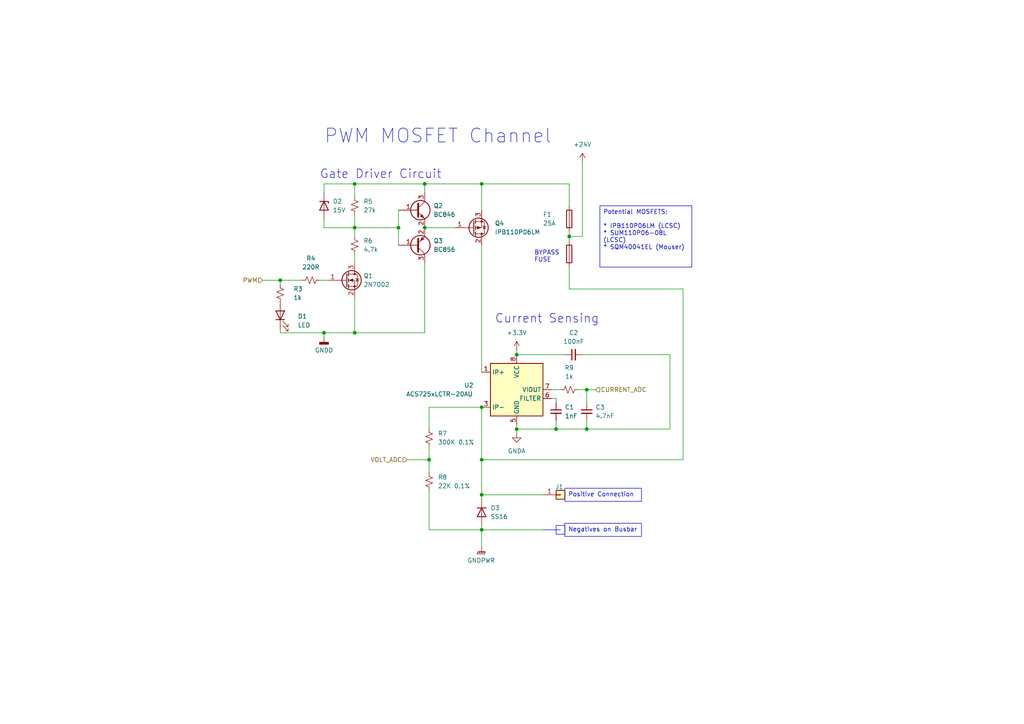
<source format=kicad_sch>
(kicad_sch (version 20231120) (generator "eeschema") (generator_version "8.0")
  (paper "A4")
  (title_block (title "Yarrboard 8ch Mosfet Driver") (rev "C1") (company "https://github.com/hoeken/yarrboard"))
  (lib_symbols
    (symbol "Connector_Generic:Conn_01x01" (pin_names (offset 1.016) hide)
      (property "Reference" "J" (at 0 2.54 0))
      (property "Value" "Conn_01x01" (at 0 -2.54 0))
      (symbol "Conn_01x01_1_1"
        (rectangle (start -1.27 0.127) (end 0 -0.127) (stroke (width 0.1524)))
        (rectangle (start -1.27 1.27) (end 1.27 -1.27) (stroke (width 0.254)) (fill (type background)))
        (pin passive line (at -5.08 0 0) (length 3.81) (name "Pin_1") (number "1"))
      )
    )
    (symbol "Device:C_Small" (pin_numbers hide) (pin_names (offset 0.254) hide)
      (property "Reference" "C" (at 0.254 1.778 0))
      (property "Value" "C_Small" (at 0.254 -2.032 0))
      (symbol "C_Small_0_1"
        (polyline (pts (xy -1.524 -0.508) (xy 1.524 -0.508)) (stroke (width 0.3302)))
        (polyline (pts (xy -1.524 0.508) (xy 1.524 0.508)) (stroke (width 0.3048)))
      )
      (symbol "C_Small_1_1"
        (pin passive line (at 0 2.54 270) (length 2.032) (name "~") (number "1"))
        (pin passive line (at 0 -2.54 90) (length 2.032) (name "~") (number "2"))
      )
    )
    (symbol "Device:D_Zener" (pin_numbers hide) (pin_names (offset 1.016) hide)
      (property "Reference" "D" (at 0 2.54 0))
      (property "Value" "D_Zener" (at 0 -2.54 0))
      (symbol "D_Zener_0_1"
        (polyline (pts (xy 1.27 0) (xy -1.27 0)))
        (polyline (pts (xy -1.27 -1.27) (xy -1.27 1.27) (xy -0.762 1.27)) (stroke (width 0.254)))
        (polyline (pts (xy 1.27 -1.27) (xy 1.27 1.27) (xy -1.27 0) (xy 1.27 -1.27)) (stroke (width 0.254)))
      )
      (symbol "D_Zener_1_1"
        (pin passive line (at -3.81 0 0) (length 2.54) (name "K") (number "1"))
        (pin passive line (at 3.81 0 180) (length 2.54) (name "A") (number "2"))
      )
    )
    (symbol "Device:LED" (pin_numbers hide) (pin_names (offset 1.016) hide)
      (property "Reference" "D" (at 0 2.54 0))
      (property "Value" "LED" (at 0 -2.54 0))
      (symbol "LED_0_1"
        (polyline (pts (xy -1.27 -1.27) (xy -1.27 1.27)) (stroke (width 0.254)))
        (polyline (pts (xy -1.27 0) (xy 1.27 0)))
        (polyline (pts (xy 1.27 -1.27) (xy 1.27 1.27) (xy -1.27 0) (xy 1.27 -1.27)) (stroke (width 0.254)))
        (polyline (pts (xy -3.048 -0.762) (xy -4.572 -2.286) (xy -3.81 -2.286) (xy -4.572 -2.286) (xy -4.572 -1.524)))
        (polyline (pts (xy -1.778 -0.762) (xy -3.302 -2.286) (xy -2.54 -2.286) (xy -3.302 -2.286) (xy -3.302 -1.524)))
      )
      (symbol "LED_1_1"
        (pin passive line (at -3.81 0 0) (length 2.54) (name "K") (number "1"))
        (pin passive line (at 3.81 0 180) (length 2.54) (name "A") (number "2"))
      )
    )
    (symbol "Device:R_Small_US" (pin_numbers hide) (pin_names (offset 0.254) hide)
      (property "Reference" "R" (at 0.762 0.508 0))
      (property "Value" "R_Small_US" (at 0.762 -1.016 0))
      (symbol "R_Small_US_1_1"
        (polyline (pts (xy 0 0) (xy 1.016 -0.381) (xy 0 -0.762) (xy -1.016 -1.143) (xy 0 -1.524)))
        (polyline (pts (xy 0 1.524) (xy 1.016 1.143) (xy 0 0.762) (xy -1.016 0.381) (xy 0 0)))
        (pin passive line (at 0 2.54 270) (length 1.016) (name "~") (number "1"))
        (pin passive line (at 0 -2.54 90) (length 1.016) (name "~") (number "2"))
      )
    )
    (symbol "Diode:MRA4004T3G" (pin_numbers hide) (pin_names hide)
      (property "Reference" "D" (at 0 2.54 0))
      (property "Value" "MRA4004T3G" (at 0 -2.54 0))
      (symbol "MRA4004T3G_0_1"
        (polyline (pts (xy -1.27 1.27) (xy -1.27 -1.27)) (stroke (width 0.254)))
        (polyline (pts (xy 1.27 0) (xy -1.27 0)))
        (polyline (pts (xy 1.27 1.27) (xy 1.27 -1.27) (xy -1.27 0) (xy 1.27 1.27)) (stroke (width 0.254)))
      )
      (symbol "MRA4004T3G_1_1"
        (pin passive line (at -3.81 0 0) (length 2.54) (name "K") (number "1"))
        (pin passive line (at 3.81 0 180) (length 2.54) (name "A") (number "2"))
      )
    )
    (symbol "Sensor_Current:ACS725xLCTR-20AU"
      (property "Reference" "U" (at 2.54 11.43 0))
      (property "Value" "ACS725xLCTR-20AU" (at 2.54 8.89 0))
      (symbol "ACS725xLCTR-20AU_0_1"
        (rectangle (start -7.62 7.62) (end 7.62 -7.62) (stroke (width 0.254)) (fill (type background)))
      )
      (symbol "ACS725xLCTR-20AU_1_1"
        (pin passive line (at -10.16 5.08 0) (length 2.54) (name "IP+") (number "1"))
        (pin passive line (at -10.16 5.08 0) (length 2.54) hide (name "IP+") (number "2"))
        (pin passive line (at -10.16 -5.08 0) (length 2.54) (name "IP-") (number "3"))
        (pin passive line (at -10.16 -5.08 0) (length 2.54) hide (name "IP-") (number "4"))
        (pin power_in line (at 0 -10.16 90) (length 2.54) (name "GND") (number "5"))
        (pin passive line (at 10.16 -2.54 180) (length 2.54) (name "FILTER") (number "6"))
        (pin output line (at 10.16 0 180) (length 2.54) (name "VIOUT") (number "7"))
        (pin power_in line (at 0 10.16 270) (length 2.54) (name "VCC") (number "8"))
      )
    )
    (symbol "Transistor_BJT:BC846" (pin_names (offset 0) hide)
      (property "Reference" "Q" (at 5.08 1.905 0))
      (property "Value" "BC846" (at 5.08 0 0))
      (symbol "BC846_0_1"
        (polyline (pts (xy 0.635 0.635) (xy 2.54 2.54)))
        (polyline (pts (xy 0.635 -0.635) (xy 2.54 -2.54) (xy 2.54 -2.54)))
        (polyline (pts (xy 0.635 1.905) (xy 0.635 -1.905) (xy 0.635 -1.905)) (stroke (width 0.508)))
        (polyline (pts (xy 1.27 -1.778) (xy 1.778 -1.27) (xy 2.286 -2.286) (xy 1.27 -1.778) (xy 1.27 -1.778)) (fill (type outline)))
        (circle (center 1.27 0) (radius 2.8194) (stroke (width 0.254)))
      )
      (symbol "BC846_1_1"
        (pin input line (at -5.08 0 0) (length 5.715) (name "B") (number "1"))
        (pin passive line (at 2.54 -5.08 90) (length 2.54) (name "E") (number "2"))
        (pin passive line (at 2.54 5.08 270) (length 2.54) (name "C") (number "3"))
      )
    )
    (symbol "Transistor_BJT:BC856" (pin_names (offset 0) hide)
      (property "Reference" "Q" (at 5.08 1.905 0))
      (property "Value" "BC856" (at 5.08 0 0))
      (symbol "BC856_0_1"
        (polyline (pts (xy 0.635 0.635) (xy 2.54 2.54)))
        (polyline (pts (xy 0.635 -0.635) (xy 2.54 -2.54) (xy 2.54 -2.54)))
        (polyline (pts (xy 0.635 1.905) (xy 0.635 -1.905) (xy 0.635 -1.905)) (stroke (width 0.508)))
        (polyline (pts (xy 2.286 -1.778) (xy 1.778 -2.286) (xy 1.27 -1.27) (xy 2.286 -1.778) (xy 2.286 -1.778)) (fill (type outline)))
        (circle (center 1.27 0) (radius 2.8194) (stroke (width 0.254)))
      )
      (symbol "BC856_1_1"
        (pin input line (at -5.08 0 0) (length 5.715) (name "B") (number "1"))
        (pin passive line (at 2.54 -5.08 90) (length 2.54) (name "E") (number "2"))
        (pin passive line (at 2.54 5.08 270) (length 2.54) (name "C") (number "3"))
      )
    )
    (symbol "Transistor_FET:2N7002" (pin_names hide)
      (property "Reference" "Q" (at 5.08 1.905 0))
      (property "Value" "2N7002" (at 5.08 0 0))
      (symbol "2N7002_0_1"
        (polyline (pts (xy 0.254 0) (xy -2.54 0)))
        (polyline (pts (xy 0.254 1.905) (xy 0.254 -1.905)) (stroke (width 0.254)))
        (polyline (pts (xy 0.762 -1.27) (xy 0.762 -2.286)) (stroke (width 0.254)))
        (polyline (pts (xy 0.762 0.508) (xy 0.762 -0.508)) (stroke (width 0.254)))
        (polyline (pts (xy 0.762 2.286) (xy 0.762 1.27)) (stroke (width 0.254)))
        (polyline (pts (xy 2.54 2.54) (xy 2.54 1.778)))
        (polyline (pts (xy 2.54 -2.54) (xy 2.54 0) (xy 0.762 0)))
        (polyline (pts (xy 0.762 -1.778) (xy 3.302 -1.778) (xy 3.302 1.778) (xy 0.762 1.778)))
        (polyline (pts (xy 1.016 0) (xy 2.032 0.381) (xy 2.032 -0.381) (xy 1.016 0)) (fill (type outline)))
        (polyline (pts (xy 2.794 0.508) (xy 2.921 0.381) (xy 3.683 0.381) (xy 3.81 0.254)))
        (polyline (pts (xy 3.302 0.381) (xy 2.921 -0.254) (xy 3.683 -0.254) (xy 3.302 0.381)))
        (circle (center 1.651 0) (radius 2.794) (stroke (width 0.254)))
        (circle (center 2.54 -1.778) (radius 0.254) (fill (type outline)))
        (circle (center 2.54 1.778) (radius 0.254) (fill (type outline)))
      )
      (symbol "2N7002_1_1"
        (pin input line (at -5.08 0 0) (length 2.54) (name "G") (number "1"))
        (pin passive line (at 2.54 -5.08 90) (length 2.54) (name "S") (number "2"))
        (pin passive line (at 2.54 5.08 270) (length 2.54) (name "D") (number "3"))
      )
    )
    (symbol "Transistor_FET:IRF4905" (pin_names hide)
      (property "Reference" "Q" (at 5.08 1.905 0))
      (property "Value" "IRF4905" (at 5.08 0 0))
      (symbol "IRF4905_0_1"
        (polyline (pts (xy 0.254 0) (xy -2.54 0)))
        (polyline (pts (xy 0.254 1.905) (xy 0.254 -1.905)) (stroke (width 0.254)))
        (polyline (pts (xy 0.762 -1.27) (xy 0.762 -2.286)) (stroke (width 0.254)))
        (polyline (pts (xy 0.762 0.508) (xy 0.762 -0.508)) (stroke (width 0.254)))
        (polyline (pts (xy 0.762 2.286) (xy 0.762 1.27)) (stroke (width 0.254)))
        (polyline (pts (xy 2.54 2.54) (xy 2.54 1.778)))
        (polyline (pts (xy 2.54 -2.54) (xy 2.54 0) (xy 0.762 0)))
        (polyline (pts (xy 0.762 1.778) (xy 3.302 1.778) (xy 3.302 -1.778) (xy 0.762 -1.778)))
        (polyline (pts (xy 2.286 0) (xy 1.27 0.381) (xy 1.27 -0.381) (xy 2.286 0)) (fill (type outline)))
        (polyline (pts (xy 2.794 -0.508) (xy 2.921 -0.381) (xy 3.683 -0.381) (xy 3.81 -0.254)))
        (polyline (pts (xy 3.302 -0.381) (xy 2.921 0.254) (xy 3.683 0.254) (xy 3.302 -0.381)))
        (circle (center 1.651 0) (radius 2.794) (stroke (width 0.254)))
        (circle (center 2.54 -1.778) (radius 0.254) (fill (type outline)))
        (circle (center 2.54 1.778) (radius 0.254) (fill (type outline)))
      )
      (symbol "IRF4905_1_1"
        (pin input line (at -5.08 0 0) (length 2.54) (name "G") (number "1"))
        (pin passive line (at 2.54 5.08 270) (length 2.54) (name "D") (number "2"))
        (pin passive line (at 2.54 -5.08 90) (length 2.54) (name "S") (number "3"))
      )
    )
    (symbol "gnarboard:ATC Fuse Bypass" (pin_numbers hide) (pin_names (offset 0))
      (property "Reference" "F" (at 2.032 5.08 90))
      (property "Value" "ATC Fuse Bypass" (at -1.905 5.08 90))
      (symbol "ATC Fuse Bypass_0_1"
        (rectangle (start -0.762 -7.62) (end 0.762 -2.54) (stroke (width 0.254)))
        (rectangle (start -0.762 2.54) (end 0.762 7.62) (stroke (width 0.254)))
        (polyline (pts (xy 0 -2.54) (xy 0 -7.62)))
        (polyline (pts (xy 0 7.62) (xy 0 2.54)))
      )
      (symbol "ATC Fuse Bypass_1_1"
        (pin passive line (at 0 8.89 270) (length 1.27) (name "~") (number "1"))
        (pin passive line (at 0 -1.27 270) (length 1.27) (name "~") (number "2"))
        (pin passive line (at 0 1.27 90) (length 1.27) (name "~") (number "2"))
        (pin passive line (at 0 -8.89 90) (length 1.27) (name "~") (number "3"))
      )
    )
    (symbol "power:+24V" (power) (pin_names (offset 0))
      (property "Value" "+24V" (at 0 3.556 0))
      (symbol "+24V_0_1"
        (polyline (pts (xy -0.762 1.27) (xy 0 2.54)))
        (polyline (pts (xy 0 0) (xy 0 2.54)))
        (polyline (pts (xy 0 2.54) (xy 0.762 1.27)))
      )
      (symbol "+24V_1_1"
        (pin power_in line (at 0 0 90) (length 0) hide (name "+24V") (number "1"))
      )
    )
    (symbol "power:+3.3V" (power) (pin_names (offset 0))
      (property "Value" "+3.3V" (at 0 3.556 0))
      (symbol "+3.3V_0_1"
        (polyline (pts (xy -0.762 1.27) (xy 0 2.54)))
        (polyline (pts (xy 0 0) (xy 0 2.54)))
        (polyline (pts (xy 0 2.54) (xy 0.762 1.27)))
      )
      (symbol "+3.3V_1_1"
        (pin power_in line (at 0 0 90) (length 0) hide (name "+3.3V") (number "1"))
      )
    )
    (symbol "power:GNDA" (power) (pin_names (offset 0))
      (property "Value" "GNDA" (at 0 -3.81 0))
      (symbol "GNDA_0_1"
        (polyline (pts (xy 0 0) (xy 0 -1.27) (xy 1.27 -1.27) (xy 0 -2.54) (xy -1.27 -1.27) (xy 0 -1.27)))
      )
      (symbol "GNDA_1_1"
        (pin power_in line (at 0 0 270) (length 0) hide (name "GNDA") (number "1"))
      )
    )
    (symbol "power:GNDD" (power) (pin_names (offset 0))
      (property "Value" "GNDD" (at 0 -3.175 0))
      (symbol "GNDD_0_1"
        (rectangle (start -1.27 -1.524) (end 1.27 -2.032) (stroke (width 0.254)) (fill (type outline)))
        (polyline (pts (xy 0 0) (xy 0 -1.524)))
      )
      (symbol "GNDD_1_1"
        (pin power_in line (at 0 0 270) (length 0) hide (name "GNDD") (number "1"))
      )
    )
    (symbol "power:GNDPWR" (power) (pin_names (offset 0))
      (property "Value" "GNDPWR" (at 0 -3.302 0))
      (symbol "GNDPWR_0_1"
        (polyline (pts (xy 0 -1.27) (xy 0 0)))
        (polyline (pts (xy -1.016 -1.27) (xy -1.27 -2.032) (xy -1.27 -2.032)) (stroke (width 0.2032)))
        (polyline (pts (xy -0.508 -1.27) (xy -0.762 -2.032) (xy -0.762 -2.032)) (stroke (width 0.2032)))
        (polyline (pts (xy 0 -1.27) (xy -0.254 -2.032) (xy -0.254 -2.032)) (stroke (width 0.2032)))
        (polyline (pts (xy 0.508 -1.27) (xy 0.254 -2.032) (xy 0.254 -2.032)) (stroke (width 0.2032)))
        (polyline (pts (xy 1.016 -1.27) (xy -1.016 -1.27) (xy -1.016 -1.27)) (stroke (width 0.2032)))
        (polyline (pts (xy 1.016 -1.27) (xy 0.762 -2.032) (xy 0.762 -2.032) (xy 0.762 -2.032)) (stroke (width 0.2032)))
      )
      (symbol "GNDPWR_1_1"
        (pin power_in line (at 0 0 270) (length 0) hide (name "GNDPWR") (number "1"))
      )
    )
  )
  (junction (at 165.1 68.58))
  (junction (at 102.87 53.34))
  (junction (at 123.19 53.34))
  (junction (at 170.18 124.46))
  (junction (at 81.28 81.28))
  (junction (at 139.7 143.51))
  (junction (at 139.7 133.35))
  (junction (at 93.98 96.52))
  (junction (at 115.57 66.04))
  (junction (at 102.87 66.04))
  (junction (at 139.7 53.34))
  (junction (at 149.86 102.87))
  (junction (at 149.86 124.46))
  (junction (at 161.29 124.46))
  (junction (at 170.18 113.03))
  (junction (at 123.19 66.04))
  (junction (at 139.7 153.67))
  (junction (at 102.87 96.52))
  (junction (at 124.46 133.35))
  (junction (at 139.7 118.11))
  (wire (pts (xy 161.29 115.57) (xy 161.29 116.84)))
  (wire (pts (xy 123.19 53.34) (xy 123.19 55.88)))
  (wire (pts (xy 165.1 67.31) (xy 165.1 68.58)))
  (wire (pts (xy 160.02 113.03) (xy 162.56 113.03)))
  (wire (pts (xy 102.87 57.15) (xy 102.87 53.34)))
  (wire (pts (xy 139.7 153.67) (xy 124.46 153.67)))
  (wire (pts (xy 102.87 62.23) (xy 102.87 66.04)))
  (wire (pts (xy 139.7 153.67) (xy 139.7 158.75)))
  (wire (pts (xy 198.12 83.82) (xy 198.12 133.35)))
  (wire (pts (xy 139.7 118.11) (xy 124.46 118.11)))
  (wire (pts (xy 115.57 66.04) (xy 115.57 71.12)))
  (wire (pts (xy 123.19 66.04) (xy 132.08 66.04)))
  (wire (pts (xy 139.7 143.51) (xy 157.48 143.51)))
  (wire (pts (xy 139.7 153.67) (xy 157.48 153.67)))
  (wire (pts (xy 149.86 102.87) (xy 163.83 102.87)))
  (wire (pts (xy 149.86 124.46) (xy 149.86 123.19)))
  (wire (pts (xy 165.1 53.34) (xy 165.1 59.69)))
  (wire (pts (xy 167.64 113.03) (xy 170.18 113.03)))
  (wire (pts (xy 123.19 96.52) (xy 102.87 96.52)))
  (wire (pts (xy 165.1 53.34) (xy 139.7 53.34)))
  (wire (pts (xy 102.87 66.04) (xy 115.57 66.04)))
  (wire (pts (xy 102.87 86.36) (xy 102.87 96.52)))
  (wire (pts (xy 170.18 113.03) (xy 172.72 113.03)))
  (wire (pts (xy 165.1 68.58) (xy 168.91 68.58)))
  (wire (pts (xy 124.46 118.11) (xy 124.46 124.46)))
  (wire (pts (xy 149.86 101.6) (xy 149.86 102.87)))
  (wire (pts (xy 194.31 124.46) (xy 170.18 124.46)))
  (wire (pts (xy 139.7 71.12) (xy 139.7 107.95)))
  (wire (pts (xy 102.87 73.66) (xy 102.87 76.2)))
  (wire (pts (xy 93.98 66.04) (xy 93.98 63.5)))
  (wire (pts (xy 124.46 129.54) (xy 124.46 133.35)))
  (wire (pts (xy 170.18 113.03) (xy 170.18 116.84)))
  (wire (pts (xy 93.98 97.79) (xy 93.98 96.52)))
  (polyline (pts (xy 157.48 153.67) (xy 162.56 153.67)))
  (wire (pts (xy 123.19 53.34) (xy 102.87 53.34)))
  (wire (pts (xy 81.28 96.52) (xy 93.98 96.52)))
  (wire (pts (xy 115.57 60.96) (xy 115.57 66.04)))
  (wire (pts (xy 81.28 81.28) (xy 87.63 81.28)))
  (wire (pts (xy 123.19 76.2) (xy 123.19 96.52)))
  (wire (pts (xy 93.98 53.34) (xy 93.98 55.88)))
  (wire (pts (xy 161.29 124.46) (xy 170.18 124.46)))
  (wire (pts (xy 124.46 133.35) (xy 124.46 137.16)))
  (wire (pts (xy 102.87 96.52) (xy 93.98 96.52)))
  (wire (pts (xy 168.91 102.87) (xy 194.31 102.87)))
  (wire (pts (xy 118.11 133.35) (xy 124.46 133.35)))
  (wire (pts (xy 165.1 83.82) (xy 198.12 83.82)))
  (wire (pts (xy 139.7 53.34) (xy 139.7 60.96)))
  (wire (pts (xy 139.7 152.4) (xy 139.7 153.67)))
  (wire (pts (xy 139.7 53.34) (xy 123.19 53.34)))
  (wire (pts (xy 194.31 102.87) (xy 194.31 124.46)))
  (wire (pts (xy 81.28 82.55) (xy 81.28 81.28)))
  (wire (pts (xy 165.1 77.47) (xy 165.1 83.82)))
  (wire (pts (xy 81.28 96.52) (xy 81.28 95.25)))
  (wire (pts (xy 161.29 115.57) (xy 160.02 115.57)))
  (wire (pts (xy 149.86 124.46) (xy 149.86 125.73)))
  (wire (pts (xy 168.91 46.99) (xy 168.91 68.58)))
  (wire (pts (xy 198.12 133.35) (xy 139.7 133.35)))
  (wire (pts (xy 139.7 118.11) (xy 139.7 133.35)))
  (wire (pts (xy 165.1 68.58) (xy 165.1 69.85)))
  (wire (pts (xy 92.71 81.28) (xy 95.25 81.28)))
  (wire (pts (xy 76.2 81.28) (xy 81.28 81.28)))
  (wire (pts (xy 170.18 121.92) (xy 170.18 124.46)))
  (wire (pts (xy 139.7 144.78) (xy 139.7 143.51)))
  (wire (pts (xy 124.46 153.67) (xy 124.46 142.24)))
  (wire (pts (xy 161.29 124.46) (xy 161.29 121.92)))
  (wire (pts (xy 102.87 53.34) (xy 93.98 53.34)))
  (wire (pts (xy 149.86 124.46) (xy 161.29 124.46)))
  (wire (pts (xy 139.7 133.35) (xy 139.7 143.51)))
  (wire (pts (xy 93.98 66.04) (xy 102.87 66.04)))
  (wire (pts (xy 102.87 68.58) (xy 102.87 66.04)))
  (rectangle (start 161.29 152.4) (end 163.83 154.94))
  (text_box "Negatives on Busbar" (at 163.83 151.765 0) (size 22.225 3.81) (effects (font (size 1.27 1.27)) (justify left top)))
  (text_box "Positive Connection" (at 163.83 141.605 0) (size 22.225 3.81) (effects (font (size 1.27 1.27)) (justify left top)))
  (text_box "Potential MOSFETS:\n\n* IPB110P06LM (LCSC)\n* SUM110P06-08L (LCSC)\n* SQM40041EL (Mouser)" (at 173.99 59.69 0) (size 26.67 17.78) (effects (font (size 1.27 1.27)) (justify left top)))
  (text "Current Sensing" (at 143.51 93.98 0) (effects (font (size 2.5 2.5)) (justify left bottom)))
  (text "PWM MOSFET Channel" (at 93.98 41.91 0) (effects (font (size 4 4)) (justify left bottom)))
  (text "BYPASS\nFUSE" (at 154.94 76.2 0) (effects (font (size 1.27 1.27)) (justify left bottom)))
  (text "Gate Driver Circuit" (at 92.71 52.07 0) (effects (font (size 2.5 2.5)) (justify left bottom)))
  (hierarchical_label "PWM" (shape input) (at 76.2 81.28 180))
  (hierarchical_label "CURRENT_ADC" (shape input) (at 172.72 113.03 0))
  (hierarchical_label "VOLT_ADC" (shape input) (at 118.11 133.35 180))
  (symbol (lib_id "Device:R_Small_US") (at 124.46 127 180) (unit 1)
    (property "Reference" "R7" (at 127 125.73 0) (effects (justify right)))
    (property "Value" "300K 0.1%" (at 127 128.27 0) (effects (justify right)))
    (property "Footprint" "Resistor_SMD:R_0805_2012Metric_Pad1.20x1.40mm_HandSolder" (effects (hide yes)))
    (property "LCSC" "C865386" (effects (hide yes)))
    (instances (project "8ch-mosfet" (path "" (reference "R7") (unit 1)) (path "" (reference "R21") (unit 1)) (path "" (reference "R73") (unit 1)) (path "" (reference "R42") (unit 1)) (path "" (reference "R49") (unit 1)) (path "" (reference "R28") (unit 1)) (path "" (reference "R35") (unit 1)) (path "" (reference "R94") (unit 1)) (path "" (reference "R56") (unit 1)) (path "" (reference "R87") (unit 1)) (path "" (reference "R14") (unit 1)) (path "" (reference "R80") (unit 1))))
  )
  (symbol (lib_id "Device:R_Small_US") (at 90.17 81.28 90) (unit 1)
    (property "Reference" "R4" (at 90.17 74.93 90))
    (property "Value" "220R" (at 90.17 77.47 90))
    (property "Footprint" "Resistor_SMD:R_0805_2012Metric_Pad1.20x1.40mm_HandSolder" (effects (hide yes)))
    (property "LCSC" "C114519" (effects (hide yes)))
    (instances (project "8ch-mosfet" (path "" (reference "R4") (unit 1)) (path "" (reference "R18") (unit 1)) (path "" (reference "R70") (unit 1)) (path "" (reference "R39") (unit 1)) (path "" (reference "R46") (unit 1)) (path "" (reference "R25") (unit 1)) (path "" (reference "R32") (unit 1)) (path "" (reference "R91") (unit 1)) (path "" (reference "R53") (unit 1)) (path "" (reference "R84") (unit 1)) (path "" (reference "R11") (unit 1)) (path "" (reference "R77") (unit 1))))
  )
  (symbol (lib_id "Diode:MRA4004T3G") (at 139.7 148.59 270) (unit 1)
    (property "Reference" "D3" (at 142.24 147.32 90) (effects (justify left)))
    (property "Value" "SS16" (at 142.24 149.86 90) (effects (justify left)))
    (property "Footprint" "Diode_SMD:D_SMA" (effects (hide yes)))
    (property "Sim.Device" "D" (effects (hide yes)))
    (property "Sim.Pins" "1=K 2=A" (effects (hide yes)))
    (property "Mouser" "625-SS16-E3 " (effects (hide yes)))
    (property "LCSC" "C511401" (effects (hide yes)))
    (instances (project "8ch-mosfet" (path "" (reference "D3") (unit 1)) (path "" (reference "D9") (unit 1)) (path "" (reference "D36") (unit 1)) (path "" (reference "D18") (unit 1)) (path "" (reference "D21") (unit 1)) (path "" (reference "D12") (unit 1)) (path "" (reference "D15") (unit 1)) (path "" (reference "D45") (unit 1)) (path "" (reference "D24") (unit 1)) (path "" (reference "D42") (unit 1)) (path "" (reference "D6") (unit 1)) (path "" (reference "D39") (unit 1))))
  )
  (symbol (lib_id "Device:R_Small_US") (at 81.28 85.09 180) (unit 1)
    (property "Reference" "R3" (at 85.09 83.82 0) (effects (justify right)))
    (property "Value" "1k" (at 85.09 86.36 0) (effects (justify right)))
    (property "Footprint" "Resistor_SMD:R_0805_2012Metric_Pad1.20x1.40mm_HandSolder" (effects (hide yes)))
    (property "LCSC" "C95781" (effects (hide yes)))
    (instances (project "8ch-mosfet" (path "" (reference "R3") (unit 1)) (path "" (reference "R17") (unit 1)) (path "" (reference "R69") (unit 1)) (path "" (reference "R38") (unit 1)) (path "" (reference "R45") (unit 1)) (path "" (reference "R24") (unit 1)) (path "" (reference "R31") (unit 1)) (path "" (reference "R90") (unit 1)) (path "" (reference "R52") (unit 1)) (path "" (reference "R83") (unit 1)) (path "" (reference "R10") (unit 1)) (path "" (reference "R76") (unit 1))))
  )
  (symbol (lib_id "Transistor_BJT:BC846") (at 120.65 60.96 0) (unit 1)
    (property "Reference" "Q2" (at 125.73 59.69 0) (effects (justify left)))
    (property "Value" "BC846" (at 125.73 62.23 0) (effects (justify left)))
    (property "Footprint" "Package_TO_SOT_SMD:SOT-23" (effects (hide yes)))
    (property "Datasheet" "https://assets.nexperia.com/documents/data-sheet/BC846_SER.pdf" (effects (hide yes)))
    (property "LCSC" "C3037601" (effects (hide yes)))
    (instances (project "8ch-mosfet" (path "" (reference "Q2") (unit 1)) (path "" (reference "Q10") (unit 1)) (path "" (reference "Q36") (unit 1)) (path "" (reference "Q22") (unit 1)) (path "" (reference "Q26") (unit 1)) (path "" (reference "Q14") (unit 1)) (path "" (reference "Q18") (unit 1)) (path "" (reference "Q48") (unit 1)) (path "" (reference "Q30") (unit 1)) (path "" (reference "Q44") (unit 1)) (path "" (reference "Q6") (unit 1)) (path "" (reference "Q40") (unit 1))))
  )
  (symbol (lib_id "Device:R_Small_US") (at 102.87 59.69 180) (unit 1)
    (property "Reference" "R5" (at 105.41 58.42 0) (effects (justify right)))
    (property "Value" "27k" (at 105.41 60.96 0) (effects (justify right)))
    (property "Footprint" "Resistor_SMD:R_0805_2012Metric_Pad1.20x1.40mm_HandSolder" (effects (hide yes)))
    (property "LCSC" "C114533" (effects (hide yes)))
    (instances (project "8ch-mosfet" (path "" (reference "R5") (unit 1)) (path "" (reference "R19") (unit 1)) (path "" (reference "R71") (unit 1)) (path "" (reference "R40") (unit 1)) (path "" (reference "R47") (unit 1)) (path "" (reference "R26") (unit 1)) (path "" (reference "R33") (unit 1)) (path "" (reference "R92") (unit 1)) (path "" (reference "R54") (unit 1)) (path "" (reference "R85") (unit 1)) (path "" (reference "R12") (unit 1)) (path "" (reference "R78") (unit 1))))
  )
  (symbol (lib_id "gnarboard:ATC Fuse Bypass") (at 165.1 68.58 0) (unit 1)
    (property "Reference" "F1" (at 157.48 62.23 0) (effects (justify left)))
    (property "Value" "25A" (at 157.48 64.77 0) (effects (justify left)))
    (property "Footprint" "yarrboard:ATC Bypass Fuse" (effects (hide yes)))
    (property "Mouser" "534-3522-3 " (effects (hide yes)))
    (property "LCSC" "C3204220" (effects (hide yes)))
    (instances (project "8ch-mosfet" (path "" (reference "F1") (unit 1)) (path "" (reference "F3") (unit 1)) (path "" (reference "F11") (unit 1)) (path "" (reference "F6") (unit 1)) (path "" (reference "F7") (unit 1)) (path "" (reference "F4") (unit 1)) (path "" (reference "F5") (unit 1)) (path "" (reference "F14") (unit 1)) (path "" (reference "F8") (unit 1)) (path "" (reference "F13") (unit 1)) (path "" (reference "F2") (unit 1)) (path "" (reference "F12") (unit 1))))
  )
  (symbol (lib_id "Device:LED") (at 81.28 91.44 90) (unit 1)
    (property "Reference" "D1" (at 86.36 91.7575 90) (effects (justify right)))
    (property "Value" "LED" (at 86.36 94.2975 90) (effects (justify right)))
    (property "Footprint" "LED_SMD:LED_0805_2012Metric_Pad1.15x1.40mm_HandSolder" (effects (hide yes)))
    (property "Mouser" "150080RS75000" (effects (hide yes)))
    (property "LCSC" "C94868" (effects (hide yes)))
    (instances (project "8ch-mosfet" (path "" (reference "D1") (unit 1)) (path "" (reference "D7") (unit 1)) (path "" (reference "D34") (unit 1)) (path "" (reference "D16") (unit 1)) (path "" (reference "D19") (unit 1)) (path "" (reference "D10") (unit 1)) (path "" (reference "D13") (unit 1)) (path "" (reference "D43") (unit 1)) (path "" (reference "D22") (unit 1)) (path "" (reference "D40") (unit 1)) (path "" (reference "D4") (unit 1)) (path "" (reference "D37") (unit 1))))
  )
  (symbol (lib_id "Device:C_Small") (at 166.37 102.87 90) (unit 1)
    (property "Reference" "C2" (at 166.3763 96.52 90))
    (property "Value" "100nF" (at 166.3763 99.06 90))
    (property "Footprint" "Capacitor_SMD:C_0805_2012Metric_Pad1.18x1.45mm_HandSolder" (effects (hide yes)))
    (property "LCSC" "C49678" (effects (hide yes)))
    (instances (project "8ch-mosfet" (path "" (reference "C2") (unit 1)) (path "" (reference "C8") (unit 1)) (path "" (reference "C38") (unit 1)) (path "" (reference "C17") (unit 1)) (path "" (reference "C20") (unit 1)) (path "" (reference "C11") (unit 1)) (path "" (reference "C14") (unit 1)) (path "" (reference "C47") (unit 1)) (path "" (reference "C23") (unit 1)) (path "" (reference "C44") (unit 1)) (path "" (reference "C5") (unit 1)) (path "" (reference "C41") (unit 1))))
  )
  (symbol (lib_id "Device:C_Small") (at 170.18 119.38 0) (unit 1)
    (property "Reference" "C3" (at 172.72 118.1163 0) (effects (justify left)))
    (property "Value" "4.7nF" (at 172.72 120.6563 0) (effects (justify left)))
    (property "Footprint" "Capacitor_SMD:C_0805_2012Metric_Pad1.18x1.45mm_HandSolder" (effects (hide yes)))
    (property "Mouser" "C0805C472K5RAC" (effects (hide yes)))
    (property "LCSC" "C107153" (effects (hide yes)))
    (instances (project "8ch-mosfet" (path "" (reference "C3") (unit 1)) (path "" (reference "C9") (unit 1)) (path "" (reference "C39") (unit 1)) (path "" (reference "C18") (unit 1)) (path "" (reference "C21") (unit 1)) (path "" (reference "C12") (unit 1)) (path "" (reference "C15") (unit 1)) (path "" (reference "C48") (unit 1)) (path "" (reference "C24") (unit 1)) (path "" (reference "C45") (unit 1)) (path "" (reference "C6") (unit 1)) (path "" (reference "C42") (unit 1))))
  )
  (symbol (lib_id "Device:R_Small_US") (at 165.1 113.03 270) (unit 1)
    (property "Reference" "R9" (at 165.1 106.68 90))
    (property "Value" "1k" (at 165.1 109.22 90))
    (property "Footprint" "Resistor_SMD:R_0805_2012Metric_Pad1.20x1.40mm_HandSolder" (effects (hide yes)))
    (property "LCSC" "C95781" (effects (hide yes)))
    (instances (project "8ch-mosfet" (path "" (reference "R9") (unit 1)) (path "" (reference "R23") (unit 1)) (path "" (reference "R75") (unit 1)) (path "" (reference "R44") (unit 1)) (path "" (reference "R51") (unit 1)) (path "" (reference "R30") (unit 1)) (path "" (reference "R37") (unit 1)) (path "" (reference "R96") (unit 1)) (path "" (reference "R58") (unit 1)) (path "" (reference "R89") (unit 1)) (path "" (reference "R16") (unit 1)) (path "" (reference "R82") (unit 1))))
  )
  (symbol (lib_id "Sensor_Current:ACS725xLCTR-20AU") (at 149.86 113.03 0) (unit 1)
    (property "Reference" "U2" (at 134.62 111.76 0) (effects (justify left)))
    (property "Value" "ACS725xLCTR-20AU" (at 137.16 114.3 0) (effects (justify right)))
    (property "Footprint" "yarrboard:ACS7XX" (effects (hide yes)))
    (property "Datasheet" "http://www.allegromicro.com/~/media/Files/Datasheets/ACS725-Datasheet.ashx?la=en" (effects (hide yes)))
    (property "Mouser" "250-725LLCTR20AUT" (effects (hide yes)))
    (instances (project "8ch-mosfet" (path "" (reference "U2") (unit 1)) (path "" (reference "U4") (unit 1)) (path "" (reference "U15") (unit 1)) (path "" (reference "U7") (unit 1)) (path "" (reference "U8") (unit 1)) (path "" (reference "U5") (unit 1)) (path "" (reference "U6") (unit 1)) (path "" (reference "U18") (unit 1)) (path "" (reference "U9") (unit 1)) (path "" (reference "U17") (unit 1)) (path "" (reference "U3") (unit 1)) (path "" (reference "U16") (unit 1))))
  )
  (symbol (lib_id "Device:R_Small_US") (at 102.87 71.12 180) (unit 1)
    (property "Reference" "R6" (at 105.41 69.85 0) (effects (justify right)))
    (property "Value" "4.7k" (at 105.41 72.39 0) (effects (justify right)))
    (property "Footprint" "Resistor_SMD:R_0805_2012Metric_Pad1.20x1.40mm_HandSolder" (effects (hide yes)))
    (property "LCSC" "C60816" (effects (hide yes)))
    (instances (project "8ch-mosfet" (path "" (reference "R6") (unit 1)) (path "" (reference "R20") (unit 1)) (path "" (reference "R72") (unit 1)) (path "" (reference "R41") (unit 1)) (path "" (reference "R48") (unit 1)) (path "" (reference "R27") (unit 1)) (path "" (reference "R34") (unit 1)) (path "" (reference "R93") (unit 1)) (path "" (reference "R55") (unit 1)) (path "" (reference "R86") (unit 1)) (path "" (reference "R13") (unit 1)) (path "" (reference "R79") (unit 1))))
  )
  (symbol (lib_id "Device:C_Small") (at 161.29 119.38 0) (unit 1)
    (property "Reference" "C1" (at 163.83 118.1163 0) (effects (justify left)))
    (property "Value" "1nF" (at 163.83 120.6563 0) (effects (justify left)))
    (property "Footprint" "Capacitor_SMD:C_0805_2012Metric_Pad1.18x1.45mm_HandSolder" (effects (hide yes)))
    (property "Mouser" "C0805C102J1HACTU" (effects (hide yes)))
    (property "LCSC" "C94121" (effects (hide yes)))
    (instances (project "8ch-mosfet" (path "" (reference "C1") (unit 1)) (path "" (reference "C7") (unit 1)) (path "" (reference "C37") (unit 1)) (path "" (reference "C16") (unit 1)) (path "" (reference "C19") (unit 1)) (path "" (reference "C10") (unit 1)) (path "" (reference "C13") (unit 1)) (path "" (reference "C46") (unit 1)) (path "" (reference "C22") (unit 1)) (path "" (reference "C43") (unit 1)) (path "" (reference "C4") (unit 1)) (path "" (reference "C40") (unit 1))))
  )
  (symbol (lib_id "Transistor_BJT:BC856") (at 120.65 71.12 0) (mirror x) (unit 1)
    (property "Reference" "Q3" (at 125.73 69.85 0) (effects (justify left)))
    (property "Value" "BC856" (at 125.73 72.39 0) (effects (justify left)))
    (property "Footprint" "Package_TO_SOT_SMD:SOT-23" (effects (hide yes)))
    (property "Datasheet" "https://www.onsemi.com/pub/Collateral/BC860-D.pdf" (effects (hide yes)))
    (property "LCSC" "C7429738" (effects (hide yes)))
    (instances (project "8ch-mosfet" (path "" (reference "Q3") (unit 1)) (path "" (reference "Q11") (unit 1)) (path "" (reference "Q37") (unit 1)) (path "" (reference "Q23") (unit 1)) (path "" (reference "Q27") (unit 1)) (path "" (reference "Q15") (unit 1)) (path "" (reference "Q19") (unit 1)) (path "" (reference "Q49") (unit 1)) (path "" (reference "Q31") (unit 1)) (path "" (reference "Q45") (unit 1)) (path "" (reference "Q7") (unit 1)) (path "" (reference "Q41") (unit 1))))
  )
  (symbol (lib_id "power:GNDPWR") (at 139.7 158.75 0) (unit 1)
    (property "Reference" "#PWR09" (effects (hide yes)))
    (property "Value" "GNDPWR" (at 139.573 162.56 0))
    (instances (project "8ch-mosfet" (path "" (reference "#PWR09") (unit 1)) (path "" (reference "#PWR019") (unit 1)) (path "" (reference "#PWR073") (unit 1)) (path "" (reference "#PWR034") (unit 1)) (path "" (reference "#PWR039") (unit 1)) (path "" (reference "#PWR024") (unit 1)) (path "" (reference "#PWR029") (unit 1)) (path "" (reference "#PWR088") (unit 1)) (path "" (reference "#PWR044") (unit 1)) (path "" (reference "#PWR083") (unit 1)) (path "" (reference "#PWR014") (unit 1)) (path "" (reference "#PWR078") (unit 1))))
  )
  (symbol (lib_id "Device:D_Zener") (at 93.98 59.69 270) (unit 1)
    (property "Reference" "D2" (at 96.52 58.42 90) (effects (justify left)))
    (property "Value" "15V" (at 96.52 60.96 90) (effects (justify left)))
    (property "Footprint" "Diode_SMD:D_SOD-323_HandSoldering" (effects (hide yes)))
    (property "Mouser" "771-BZX384-C15115" (effects (hide yes)))
    (property "LCSC" "C454989" (effects (hide yes)))
    (instances (project "8ch-mosfet" (path "" (reference "D2") (unit 1)) (path "" (reference "D8") (unit 1)) (path "" (reference "D35") (unit 1)) (path "" (reference "D17") (unit 1)) (path "" (reference "D20") (unit 1)) (path "" (reference "D11") (unit 1)) (path "" (reference "D14") (unit 1)) (path "" (reference "D44") (unit 1)) (path "" (reference "D23") (unit 1)) (path "" (reference "D41") (unit 1)) (path "" (reference "D5") (unit 1)) (path "" (reference "D38") (unit 1))))
  )
  (symbol (lib_id "Transistor_FET:IRF4905") (at 137.16 66.04 0) (mirror x) (unit 1)
    (property "Reference" "Q4" (at 143.51 64.77 0) (effects (justify left)))
    (property "Value" "IPB110P06LM" (at 143.51 67.31 0) (effects (justify left)))
    (property "Footprint" "Package_TO_SOT_SMD:TO-263-2" (effects (hide yes)))
    (property "Datasheet" "http://www.infineon.com/dgdl/irf4905.pdf?fileId=5546d462533600a4015355e32165197c" (effects (hide yes)))
    (property "LCSC" "C435954" (effects (hide yes)))
    (instances (project "8ch-mosfet" (path "" (reference "Q4") (unit 1)) (path "" (reference "Q12") (unit 1)) (path "" (reference "Q38") (unit 1)) (path "" (reference "Q24") (unit 1)) (path "" (reference "Q28") (unit 1)) (path "" (reference "Q16") (unit 1)) (path "" (reference "Q20") (unit 1)) (path "" (reference "Q50") (unit 1)) (path "" (reference "Q32") (unit 1)) (path "" (reference "Q46") (unit 1)) (path "" (reference "Q8") (unit 1)) (path "" (reference "Q42") (unit 1))))
  )
  (symbol (lib_id "power:+24V") (at 168.91 46.99 0) (unit 1)
    (property "Reference" "#PWR012" (effects (hide yes)))
    (property "Value" "+24V" (at 168.91 41.91 0))
    (instances (project "8ch-mosfet" (path "" (reference "#PWR012") (unit 1)) (path "" (reference "#PWR022") (unit 1)) (path "" (reference "#PWR076") (unit 1)) (path "" (reference "#PWR037") (unit 1)) (path "" (reference "#PWR042") (unit 1)) (path "" (reference "#PWR027") (unit 1)) (path "" (reference "#PWR032") (unit 1)) (path "" (reference "#PWR091") (unit 1)) (path "" (reference "#PWR047") (unit 1)) (path "" (reference "#PWR086") (unit 1)) (path "" (reference "#PWR017") (unit 1)) (path "" (reference "#PWR081") (unit 1))))
  )
  (symbol (lib_id "power:GNDD") (at 93.98 97.79 0) (unit 1)
    (property "Reference" "#PWR08" (effects (hide yes)))
    (property "Value" "GNDD" (at 93.98 101.6 0))
    (instances (project "8ch-mosfet" (path "" (reference "#PWR08") (unit 1)) (path "" (reference "#PWR018") (unit 1)) (path "" (reference "#PWR072") (unit 1)) (path "" (reference "#PWR033") (unit 1)) (path "" (reference "#PWR038") (unit 1)) (path "" (reference "#PWR023") (unit 1)) (path "" (reference "#PWR028") (unit 1)) (path "" (reference "#PWR087") (unit 1)) (path "" (reference "#PWR043") (unit 1)) (path "" (reference "#PWR082") (unit 1)) (path "" (reference "#PWR013") (unit 1)) (path "" (reference "#PWR077") (unit 1))))
  )
  (symbol (lib_id "Transistor_FET:2N7002") (at 100.33 81.28 0) (unit 1)
    (property "Reference" "Q1" (at 105.41 80.01 0) (effects (justify left)))
    (property "Value" "2N7002" (at 105.41 82.55 0) (effects (justify left)))
    (property "Footprint" "Package_TO_SOT_SMD:SOT-23" (effects (hide yes)))
    (property "Datasheet" "https://www.onsemi.com/pub/Collateral/NDS7002A-D.PDF" (effects (hide yes)))
    (property "LCSC" "C916396" (effects (hide yes)))
    (instances (project "8ch-mosfet" (path "" (reference "Q1") (unit 1)) (path "" (reference "Q9") (unit 1)) (path "" (reference "Q35") (unit 1)) (path "" (reference "Q21") (unit 1)) (path "" (reference "Q25") (unit 1)) (path "" (reference "Q13") (unit 1)) (path "" (reference "Q17") (unit 1)) (path "" (reference "Q47") (unit 1)) (path "" (reference "Q29") (unit 1)) (path "" (reference "Q43") (unit 1)) (path "" (reference "Q5") (unit 1)) (path "" (reference "Q39") (unit 1))))
  )
  (symbol (lib_id "power:+3.3V") (at 149.86 101.6 0) (unit 1)
    (property "Reference" "#PWR010" (effects (hide yes)))
    (property "Value" "+3.3V" (at 149.86 96.52 0))
    (instances (project "8ch-mosfet" (path "" (reference "#PWR010") (unit 1)) (path "" (reference "#PWR020") (unit 1)) (path "" (reference "#PWR074") (unit 1)) (path "" (reference "#PWR035") (unit 1)) (path "" (reference "#PWR040") (unit 1)) (path "" (reference "#PWR025") (unit 1)) (path "" (reference "#PWR030") (unit 1)) (path "" (reference "#PWR089") (unit 1)) (path "" (reference "#PWR045") (unit 1)) (path "" (reference "#PWR084") (unit 1)) (path "" (reference "#PWR015") (unit 1)) (path "" (reference "#PWR079") (unit 1))))
  )
  (symbol (lib_id "Device:R_Small_US") (at 124.46 139.7 180) (unit 1)
    (property "Reference" "R8" (at 127 138.43 0) (effects (justify right)))
    (property "Value" "22K 0.1%" (at 127 140.97 0) (effects (justify right)))
    (property "Footprint" "Resistor_SMD:R_0805_2012Metric_Pad1.20x1.40mm_HandSolder" (effects (hide yes)))
    (property "LCSC" "C865312" (effects (hide yes)))
    (instances (project "8ch-mosfet" (path "" (reference "R8") (unit 1)) (path "" (reference "R22") (unit 1)) (path "" (reference "R74") (unit 1)) (path "" (reference "R43") (unit 1)) (path "" (reference "R50") (unit 1)) (path "" (reference "R29") (unit 1)) (path "" (reference "R36") (unit 1)) (path "" (reference "R95") (unit 1)) (path "" (reference "R57") (unit 1)) (path "" (reference "R88") (unit 1)) (path "" (reference "R15") (unit 1)) (path "" (reference "R81") (unit 1))))
  )
  (symbol (lib_id "power:GNDA") (at 149.86 125.73 0) (unit 1)
    (property "Reference" "#PWR011" (effects (hide yes)))
    (property "Value" "GNDA" (at 149.86 130.81 0))
    (instances (project "8ch-mosfet" (path "" (reference "#PWR011") (unit 1)) (path "" (reference "#PWR021") (unit 1)) (path "" (reference "#PWR075") (unit 1)) (path "" (reference "#PWR036") (unit 1)) (path "" (reference "#PWR041") (unit 1)) (path "" (reference "#PWR026") (unit 1)) (path "" (reference "#PWR031") (unit 1)) (path "" (reference "#PWR090") (unit 1)) (path "" (reference "#PWR046") (unit 1)) (path "" (reference "#PWR085") (unit 1)) (path "" (reference "#PWR016") (unit 1)) (path "" (reference "#PWR080") (unit 1))))
  )
  (symbol (lib_id "Connector_Generic:Conn_01x01") (at 162.56 143.51 0) (unit 1)
    (property "Reference" "J1" (at 161.036 141.224 0) (effects (justify left)))
    (property "Value" "Conn_01x01" (effects (hide yes)))
    (property "Footprint" "yarrboard:T44001" (effects (hide yes)))
    (property "Description" "Generic connector, single row, 01x01, script generated (kicad-library-utils/schlib/autogen/connector/)" (effects (hide yes)))
    (property "LCSC" "C481447" (effects (hide yes)))
    (instances (project "" (path "" (reference "J1") (unit 1)) (path "" (reference "J3") (unit 1)) (path "" (reference "J11") (unit 1)) (path "" (reference "J6") (unit 1)) (path "" (reference "J7") (unit 1)) (path "" (reference "J4") (unit 1)) (path "" (reference "J5") (unit 1)) (path "" (reference "J14") (unit 1)) (path "" (reference "J8") (unit 1)) (path "" (reference "J13") (unit 1)) (path "" (reference "J2") (unit 1)) (path "" (reference "J12") (unit 1))))
  )
)
</source>
